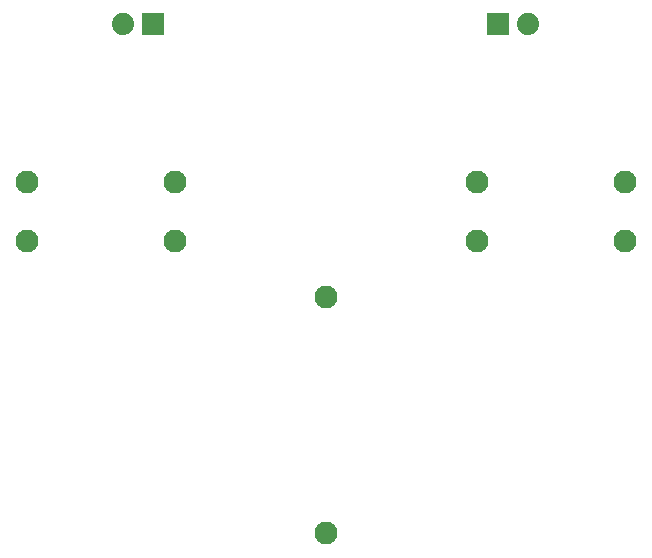
<source format=gtl>
G75*
%MOIN*%
%OFA0B0*%
%FSLAX25Y25*%
%IPPOS*%
%LPD*%
%AMOC8*
5,1,8,0,0,1.08239X$1,22.5*
%
%ADD10C,0.07677*%
%ADD11R,0.07400X0.07400*%
%ADD12C,0.07400*%
D10*
X0130764Y0044713D03*
X0130764Y0123454D03*
X0181158Y0141957D03*
X0181158Y0161643D03*
X0230370Y0161643D03*
X0230370Y0141957D03*
X0080370Y0141957D03*
X0080370Y0161643D03*
X0031158Y0161643D03*
X0031158Y0141957D03*
D11*
X0073264Y0214300D03*
X0188264Y0214300D03*
D12*
X0198264Y0214300D03*
X0063264Y0214300D03*
M02*

</source>
